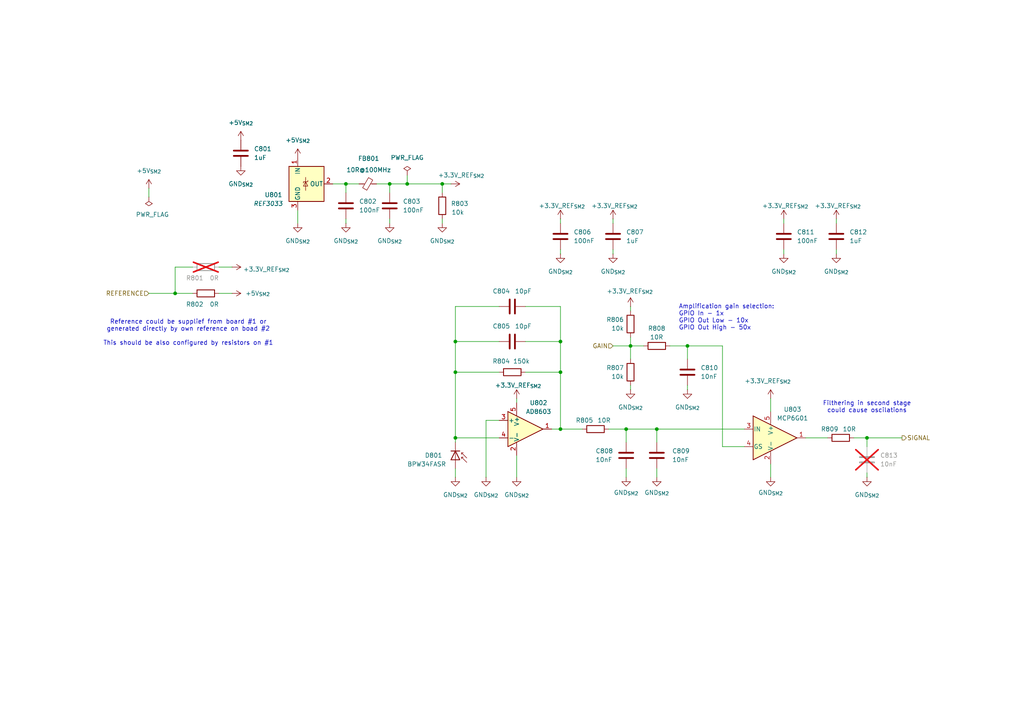
<source format=kicad_sch>
(kicad_sch (version 20231120) (generator "eeschema") (generator_version "8.0")
  (paper "A4")
  (title_block (title "Sensor multi-board") (date "2024-06-17") (rev "${VERSION}") (company "TrendBit s.r.o.") (comment 1 "Designed by: Petr Malaník"))
  (lib_symbols
    (symbol "Device:C" (pin_numbers hide) (pin_names (offset 0.254))
      (property "Reference" "C" (at 0.635 2.54 0))
      (property "Value" "C" (at 0.635 -2.54 0))
      (symbol "C_0_1"
        (polyline (pts (xy -2.032 -0.762) (xy 2.032 -0.762)) (stroke (width 0.508)))
        (polyline (pts (xy -2.032 0.762) (xy 2.032 0.762)) (stroke (width 0.508)))
      )
      (symbol "C_1_1"
        (pin passive line (at 0 3.81 270) (length 2.794) (name "~") (number "1"))
        (pin passive line (at 0 -3.81 90) (length 2.794) (name "~") (number "2"))
      )
    )
    (symbol "Device:D_Photo" (pin_numbers hide) (pin_names hide)
      (property "Reference" "D" (at 0.508 1.778 0))
      (property "Value" "D_Photo" (at -1.016 -2.794 0))
      (symbol "D_Photo_0_1"
        (polyline (pts (xy -2.54 1.27) (xy -2.54 -1.27)) (stroke (width 0.254)))
        (polyline (pts (xy -2.032 1.778) (xy -1.524 1.778)))
        (polyline (pts (xy 0 0) (xy -2.54 0)))
        (polyline (pts (xy -0.508 3.302) (xy -2.032 1.778) (xy -2.032 2.286)))
        (polyline (pts (xy 0 -1.27) (xy 0 1.27) (xy -2.54 0) (xy 0 -1.27)) (stroke (width 0.254)))
        (polyline (pts (xy 0.762 3.302) (xy -0.762 1.778) (xy -0.762 2.286) (xy -0.762 1.778) (xy -0.254 1.778)))
      )
      (symbol "D_Photo_1_1"
        (pin passive line (at -5.08 0 0) (length 2.54) (name "K") (number "1"))
        (pin passive line (at 2.54 0 180) (length 2.54) (name "A") (number "2"))
      )
    )
    (symbol "Device:FerriteBead_Small" (pin_numbers hide) (pin_names (offset 0))
      (property "Reference" "FB" (at 1.905 1.27 0))
      (property "Value" "FerriteBead_Small" (at 1.905 -1.27 0))
      (symbol "FerriteBead_Small_0_1"
        (polyline (pts (xy 0 -1.27) (xy 0 -0.7874)))
        (polyline (pts (xy 0 0.889) (xy 0 1.2954)))
        (polyline (pts (xy -1.8288 0.2794) (xy -1.1176 1.4986) (xy 1.8288 -0.2032) (xy 1.1176 -1.4224) (xy -1.8288 0.2794)))
      )
      (symbol "FerriteBead_Small_1_1"
        (pin passive line (at 0 2.54 270) (length 1.27) (name "~") (number "1"))
        (pin passive line (at 0 -2.54 90) (length 1.27) (name "~") (number "2"))
      )
    )
    (symbol "Device:R" (pin_numbers hide) (pin_names (offset 0))
      (property "Reference" "R" (at 2.032 0 90))
      (property "Value" "R" (at 0 0 90))
      (symbol "R_0_1"
        (rectangle (start -1.016 -2.54) (end 1.016 2.54) (stroke (width 0.254)))
      )
      (symbol "R_1_1"
        (pin passive line (at 0 3.81 270) (length 1.27) (name "~") (number "1"))
        (pin passive line (at 0 -3.81 90) (length 1.27) (name "~") (number "2"))
      )
    )
    (symbol "Reference_Voltage:REF3033" (pin_names (offset 0.254))
      (property "Reference" "U" (at 0 6.35 0))
      (property "Value" "REF3033" (at 2.54 -6.35 0))
      (symbol "REF3033_0_1"
        (rectangle (start -5.08 5.08) (end 5.08 -5.08) (stroke (width 0.254)) (fill (type background)))
        (polyline (pts (xy -0.254 1.905) (xy -0.254 -1.905)))
        (polyline (pts (xy -0.889 -0.635) (xy 0.381 -0.635) (xy -0.254 0.635) (xy -0.889 -0.635)))
        (polyline (pts (xy 0.381 1.016) (xy 0.381 0.635) (xy -0.889 0.635) (xy -0.889 0.254)))
      )
      (symbol "REF3033_1_1"
        (pin power_in line (at -2.54 7.62 270) (length 2.54) (name "IN") (number "1"))
        (pin power_out line (at 7.62 0 180) (length 2.54) (name "OUT") (number "2"))
        (pin power_in line (at -2.54 -7.62 90) (length 2.54) (name "GND") (number "3"))
      )
    )
    (symbol "TCY_IC:AD8605" (pin_names (offset 0.127))
      (property "Reference" "U" (at 0 5.08 0))
      (property "Value" "AD8603" (at 0 -5.08 0))
      (symbol "AD8605_0_1"
        (polyline (pts (xy -5.08 5.08) (xy 5.08 0) (xy -5.08 -5.08) (xy -5.08 5.08)) (stroke (width 0.254)) (fill (type background)))
        (pin power_in line (at -2.54 -7.62 90) (length 3.81) (name "V-") (number "2"))
        (pin power_in line (at -2.54 7.62 270) (length 3.81) (name "V+") (number "5"))
      )
      (symbol "AD8605_1_1"
        (pin output line (at 7.62 0 180) (length 2.54) (name "~") (number "1"))
        (pin input line (at -7.62 2.54 0) (length 2.54) (name "+") (number "3"))
        (pin input line (at -7.62 -2.54 0) (length 2.54) (name "-") (number "4"))
      )
    )
    (symbol "TCY_IC:MCP6G01" (pin_names (offset 0.127))
      (property "Reference" "U" (at 0 6.35 0))
      (property "Value" "MCP6G01" (at 2.794 5.08 0))
      (symbol "MCP6G01_0_1"
        (polyline (pts (xy -5.08 6.35) (xy 7.62 0) (xy -5.08 -6.35) (xy -5.08 6.35)) (stroke (width 0.254)) (fill (type background)))
        (pin power_in line (at 0 -7.62 90) (length 3.81) (name "V-") (number "2"))
        (pin power_in line (at 0 7.62 270) (length 3.81) (name "V+") (number "5"))
      )
      (symbol "MCP6G01_1_1"
        (pin output line (at 10.16 0 180) (length 2.54) (name "~") (number "1"))
        (pin input line (at -7.62 2.54 0) (length 2.54) (name "IN") (number "3"))
        (pin input line (at -7.62 -2.54 0) (length 2.54) (name "GS") (number "4"))
      )
    )
    (symbol "power:+3.3V" (power) (pin_numbers hide) (pin_names (offset 0) hide)
      (property "Value" "+3.3V" (at 0 3.556 0))
      (symbol "+3.3V_0_1"
        (polyline (pts (xy -0.762 1.27) (xy 0 2.54)))
        (polyline (pts (xy 0 0) (xy 0 2.54)))
        (polyline (pts (xy 0 2.54) (xy 0.762 1.27)))
      )
      (symbol "+3.3V_1_1"
        (pin power_in line (at 0 0 90) (length 0) (name "~") (number "1"))
      )
    )
    (symbol "power:+5V" (power) (pin_numbers hide) (pin_names (offset 0) hide)
      (property "Value" "+5V" (at 0 3.556 0))
      (symbol "+5V_0_1"
        (polyline (pts (xy -0.762 1.27) (xy 0 2.54)))
        (polyline (pts (xy 0 0) (xy 0 2.54)))
        (polyline (pts (xy 0 2.54) (xy 0.762 1.27)))
      )
      (symbol "+5V_1_1"
        (pin power_in line (at 0 0 90) (length 0) (name "~") (number "1"))
      )
    )
    (symbol "power:GND" (power) (pin_numbers hide) (pin_names (offset 0) hide)
      (property "Value" "GND" (at 0 -3.81 0))
      (symbol "GND_0_1"
        (polyline (pts (xy 0 0) (xy 0 -1.27) (xy 1.27 -1.27) (xy 0 -2.54) (xy -1.27 -1.27) (xy 0 -1.27)))
      )
      (symbol "GND_1_1"
        (pin power_in line (at 0 0 270) (length 0) (name "~") (number "1"))
      )
    )
    (symbol "power:PWR_FLAG" (power) (pin_numbers hide) (pin_names (offset 0) hide)
      (property "Value" "PWR_FLAG" (at 0 3.81 0))
      (symbol "PWR_FLAG_0_0"
        (pin power_out line (at 0 0 90) (length 0) (name "~") (number "1"))
      )
      (symbol "PWR_FLAG_0_1"
        (polyline (pts (xy 0 0) (xy 0 1.27) (xy -1.016 1.905) (xy 0 2.54) (xy 1.016 1.905) (xy 0 1.27)))
      )
    )
  )
  (junction (at 162.56 107.95))
  (junction (at 132.08 107.95))
  (junction (at 190.5 124.46))
  (junction (at 128.27 53.34))
  (junction (at 100.33 53.34))
  (junction (at 162.56 99.06))
  (junction (at 181.61 124.46))
  (junction (at 50.8 85.09))
  (junction (at 199.39 100.33))
  (junction (at 118.11 53.34))
  (junction (at 113.03 53.34))
  (junction (at 132.08 127))
  (junction (at 182.88 100.33))
  (junction (at 132.08 99.06))
  (junction (at 251.46 127))
  (junction (at 162.56 124.46))
  (wire (pts (xy 182.88 111.76) (xy 182.88 113.03)))
  (wire (pts (xy 63.5 77.47) (xy 67.31 77.47)))
  (wire (pts (xy 190.5 124.46) (xy 215.9 124.46)))
  (wire (pts (xy 132.08 88.9) (xy 132.08 99.06)))
  (wire (pts (xy 132.08 99.06) (xy 132.08 107.95)))
  (wire (pts (xy 100.33 53.34) (xy 104.14 53.34)))
  (wire (pts (xy 162.56 107.95) (xy 162.56 124.46)))
  (wire (pts (xy 199.39 100.33) (xy 199.39 104.14)))
  (wire (pts (xy 113.03 63.5) (xy 113.03 64.77)))
  (wire (pts (xy 177.8 100.33) (xy 182.88 100.33)))
  (wire (pts (xy 251.46 127) (xy 261.62 127)))
  (wire (pts (xy 182.88 97.79) (xy 182.88 100.33)))
  (wire (pts (xy 162.56 88.9) (xy 162.56 99.06)))
  (wire (pts (xy 242.57 63.5) (xy 242.57 64.77)))
  (wire (pts (xy 63.5 85.09) (xy 67.31 85.09)))
  (wire (pts (xy 86.36 64.77) (xy 86.36 60.96)))
  (wire (pts (xy 128.27 63.5) (xy 128.27 64.77)))
  (wire (pts (xy 43.18 85.09) (xy 50.8 85.09)))
  (wire (pts (xy 113.03 53.34) (xy 113.03 55.88)))
  (wire (pts (xy 132.08 107.95) (xy 132.08 127)))
  (wire (pts (xy 223.52 115.57) (xy 223.52 119.38)))
  (wire (pts (xy 160.02 124.46) (xy 162.56 124.46)))
  (wire (pts (xy 162.56 124.46) (xy 168.91 124.46)))
  (wire (pts (xy 100.33 63.5) (xy 100.33 64.77)))
  (wire (pts (xy 181.61 124.46) (xy 190.5 124.46)))
  (wire (pts (xy 100.33 53.34) (xy 100.33 55.88)))
  (wire (pts (xy 251.46 137.16) (xy 251.46 138.43)))
  (wire (pts (xy 55.88 77.47) (xy 50.8 77.47)))
  (wire (pts (xy 162.56 72.39) (xy 162.56 73.66)))
  (wire (pts (xy 177.8 63.5) (xy 177.8 64.77)))
  (wire (pts (xy 152.4 99.06) (xy 162.56 99.06)))
  (wire (pts (xy 113.03 53.34) (xy 118.11 53.34)))
  (wire (pts (xy 209.55 129.54) (xy 215.9 129.54)))
  (wire (pts (xy 144.78 121.92) (xy 140.97 121.92)))
  (wire (pts (xy 223.52 134.62) (xy 223.52 138.43)))
  (wire (pts (xy 227.33 63.5) (xy 227.33 64.77)))
  (wire (pts (xy 128.27 53.34) (xy 128.27 55.88)))
  (wire (pts (xy 233.68 127) (xy 240.03 127)))
  (wire (pts (xy 190.5 135.89) (xy 190.5 138.43)))
  (wire (pts (xy 182.88 88.9) (xy 182.88 90.17)))
  (wire (pts (xy 132.08 107.95) (xy 144.78 107.95)))
  (wire (pts (xy 118.11 53.34) (xy 128.27 53.34)))
  (wire (pts (xy 162.56 63.5) (xy 162.56 64.77)))
  (wire (pts (xy 149.86 132.08) (xy 149.86 138.43)))
  (wire (pts (xy 152.4 107.95) (xy 162.56 107.95)))
  (wire (pts (xy 251.46 127) (xy 251.46 129.54)))
  (wire (pts (xy 199.39 100.33) (xy 209.55 100.33)))
  (wire (pts (xy 199.39 111.76) (xy 199.39 113.03)))
  (wire (pts (xy 140.97 121.92) (xy 140.97 138.43)))
  (wire (pts (xy 162.56 99.06) (xy 162.56 107.95)))
  (wire (pts (xy 182.88 100.33) (xy 186.69 100.33)))
  (wire (pts (xy 132.08 135.89) (xy 132.08 138.43)))
  (wire (pts (xy 43.18 54.61) (xy 43.18 57.15)))
  (wire (pts (xy 209.55 129.54) (xy 209.55 100.33)))
  (wire (pts (xy 128.27 53.34) (xy 130.81 53.34)))
  (wire (pts (xy 109.22 53.34) (xy 113.03 53.34)))
  (wire (pts (xy 149.86 115.57) (xy 149.86 116.84)))
  (wire (pts (xy 227.33 72.39) (xy 227.33 73.66)))
  (wire (pts (xy 242.57 73.66) (xy 242.57 72.39)))
  (wire (pts (xy 152.4 88.9) (xy 162.56 88.9)))
  (wire (pts (xy 144.78 88.9) (xy 132.08 88.9)))
  (wire (pts (xy 176.53 124.46) (xy 181.61 124.46)))
  (wire (pts (xy 118.11 50.8) (xy 118.11 53.34)))
  (wire (pts (xy 144.78 99.06) (xy 132.08 99.06)))
  (wire (pts (xy 181.61 124.46) (xy 181.61 128.27)))
  (wire (pts (xy 181.61 135.89) (xy 181.61 138.43)))
  (wire (pts (xy 96.52 53.34) (xy 100.33 53.34)))
  (wire (pts (xy 190.5 124.46) (xy 190.5 128.27)))
  (wire (pts (xy 50.8 85.09) (xy 55.88 85.09)))
  (wire (pts (xy 177.8 73.66) (xy 177.8 72.39)))
  (wire (pts (xy 182.88 100.33) (xy 182.88 104.14)))
  (wire (pts (xy 247.65 127) (xy 251.46 127)))
  (wire (pts (xy 50.8 77.47) (xy 50.8 85.09)))
  (wire (pts (xy 132.08 127) (xy 144.78 127)))
  (wire (pts (xy 194.31 100.33) (xy 199.39 100.33)))
  (wire (pts (xy 132.08 127) (xy 132.08 128.27)))
  (text "Reference could be supplief from board #1 or\ngenerated directly by own reference on boad #2\n\nThis should be also configured by resistors on #1" (at 54.61 96.52 0) (effects (font (size 1.27 1.27))))
  (text "Amplification gain selection:\nGPIO In - 1x\nGPIO Out Low - 10x \nGPIO Out High - 50x" (at 196.85 92.075 0) (effects (font (size 1.27 1.27)) (justify left)))
  (text "Filthering in second stage\ncould cause oscilations" (at 251.46 118.11 0) (effects (font (size 1.27 1.27))))
  (hierarchical_label "GAIN" (shape input) (at 177.8 100.33 180))
  (hierarchical_label "REFERENCE" (shape input) (at 43.18 85.09 180))
  (hierarchical_label "SIGNAL" (shape output) (at 261.62 127 0))
  (symbol (lib_id "TCY_IC:AD8605") (at 152.4 124.46 0) (unit 1)
    (property "Reference" "U802" (at 156.21 116.84 0))
    (property "Value" "AD8603" (at 156.21 119.38 0))
    (property "Footprint" "Package_TO_SOT_SMD:TSOT-23-5" (effects (hide yes)))
    (property "Datasheet" "https://www.analog.com/media/en/technical-documentation/data-sheets/AD8605_8606_8608.pdf" (effects (hide yes)))
    (property "Description" "Precision Micropower, Low Noise CMOS, Rail-to-Rail Input/Output Operational Amplifier, TSOT-23-5" (effects (hide yes)))
    (property "LCSC" "C9641" (effects (hide yes)))
    (property "MPN" "AD8605ARTZ" (effects (hide yes)))
  )
  (symbol (lib_id "Device:C") (at 190.5 132.08 0) (unit 1)
    (property "Reference" "C809" (at 194.945 130.81 0) (effects (justify left)))
    (property "Value" "10nF" (at 194.945 133.35 0) (effects (justify left)))
    (property "Footprint" "Capacitor_SMD:C_0603_1608Metric" (effects (hide yes)))
    (property "Description" "Unpolarized capacitor" (effects (hide yes)))
    (property "LCSC" "C57112" (effects (hide yes)))
  )
  (symbol (lib_id "Device:C") (at 242.57 68.58 0) (unit 1)
    (property "Reference" "C812" (at 246.38 67.3099 0) (effects (justify left)))
    (property "Value" "1uF" (at 246.38 69.8499 0) (effects (justify left)))
    (property "Footprint" "Capacitor_SMD:C_0603_1608Metric" (effects (hide yes)))
    (property "Description" "Unpolarized capacitor" (effects (hide yes)))
    (property "LCSC" "C15849" (effects (hide yes)))
  )
  (symbol (lib_id "Device:C") (at 181.61 132.08 0) (unit 1)
    (property "Reference" "C808" (at 172.72 130.81 0) (effects (justify left)))
    (property "Value" "10nF" (at 172.72 133.35 0) (effects (justify left)))
    (property "Footprint" "Capacitor_SMD:C_0603_1608Metric" (effects (hide yes)))
    (property "Description" "Unpolarized capacitor" (effects (hide yes)))
    (property "LCSC" "C57112" (effects (hide yes)))
  )
  (symbol (lib_id "Device:C") (at 100.33 59.69 0) (unit 1)
    (property "Reference" "C802" (at 104.14 58.4199 0) (effects (justify left)))
    (property "Value" "100nF" (at 104.14 60.9599 0) (effects (justify left)))
    (property "Footprint" "Capacitor_SMD:C_0603_1608Metric" (effects (hide yes)))
    (property "Description" "Unpolarized capacitor" (effects (hide yes)))
    (property "LCSC" "C14663" (effects (hide yes)))
  )
  (symbol (lib_id "power:+5V") (at 43.18 54.61 0) (unit 1)
    (property "Reference" "#PWR0801" (effects (hide yes)))
    (property "Value" "+5V_{SM2}" (at 43.18 49.53 0))
    (property "Description" "Power symbol creates a global label with name \"+5V\"" (effects (hide yes)))
  )
  (symbol (lib_id "power:GND") (at 223.52 138.43 0) (unit 1)
    (property "Reference" "#PWR0826" (effects (hide yes)))
    (property "Value" "GND_{SM2}" (at 223.52 142.875 0))
    (property "Description" "Power symbol creates a global label with name \"GND\" , ground" (effects (hide yes)))
  )
  (symbol (lib_id "power:+3.3V") (at 130.81 53.34 270) (unit 1)
    (property "Reference" "#PWR0811" (effects (hide yes)))
    (property "Value" "+3.3V_REF_{SM2}" (at 127 50.8 90) (effects (justify left)))
    (property "Description" "Power symbol creates a global label with name \"+3.3V\"" (effects (hide yes)))
  )
  (symbol (lib_id "power:+3.3V") (at 67.31 77.47 270) (unit 1)
    (property "Reference" "#PWR0802" (effects (hide yes)))
    (property "Value" "+3.3V_REF_{SM2}" (at 70.485 78.105 90) (effects (justify left)))
    (property "Description" "Power symbol creates a global label with name \"+3.3V\"" (effects (hide yes)))
  )
  (symbol (lib_id "Device:R") (at 128.27 59.69 180) (unit 1)
    (property "Reference" "R803" (at 135.89 59.055 0) (effects (justify left)))
    (property "Value" "10k" (at 134.62 61.595 0) (effects (justify left)))
    (property "Footprint" "Resistor_SMD:R_0603_1608Metric" (effects (hide yes)))
    (property "LCSC" "C25804" (effects (hide yes)))
  )
  (symbol (lib_id "Device:R") (at 172.72 124.46 90) (unit 1)
    (property "Reference" "R805" (at 172.085 121.92 90) (effects (justify left)))
    (property "Value" "10R" (at 177.165 121.92 90) (effects (justify left)))
    (property "Footprint" "Resistor_SMD:R_0603_1608Metric" (effects (hide yes)))
    (property "LCSC" "C22859" (effects (hide yes)))
  )
  (symbol (lib_id "Device:C") (at 162.56 68.58 0) (unit 1)
    (property "Reference" "C806" (at 166.37 67.3099 0) (effects (justify left)))
    (property "Value" "100nF" (at 166.37 69.8499 0) (effects (justify left)))
    (property "Footprint" "Capacitor_SMD:C_0603_1608Metric" (effects (hide yes)))
    (property "Description" "Unpolarized capacitor" (effects (hide yes)))
    (property "LCSC" "C14663" (effects (hide yes)))
  )
  (symbol (lib_id "power:GND") (at 251.46 138.43 0) (unit 1)
    (property "Reference" "#PWR0831" (effects (hide yes)))
    (property "Value" "GND_{SM2}" (at 251.46 143.51 0))
    (property "Description" "Power symbol creates a global label with name \"GND\" , ground" (effects (hide yes)))
  )
  (symbol (lib_id "Device:C") (at 69.85 44.45 0) (unit 1)
    (property "Reference" "C801" (at 73.66 43.1799 0) (effects (justify left)))
    (property "Value" "1uF" (at 73.66 45.7199 0) (effects (justify left)))
    (property "Footprint" "Capacitor_SMD:C_0603_1608Metric" (effects (hide yes)))
    (property "Description" "Unpolarized capacitor" (effects (hide yes)))
    (property "LCSC" "C15849" (effects (hide yes)))
  )
  (symbol (lib_id "power:GND") (at 69.85 48.26 0) (unit 1)
    (property "Reference" "#PWR0805" (effects (hide yes)))
    (property "Value" "GND_{SM2}" (at 69.85 53.34 0))
    (property "Description" "Power symbol creates a global label with name \"GND\" , ground" (effects (hide yes)))
  )
  (symbol (lib_id "Device:C") (at 148.59 88.9 90) (unit 1)
    (property "Reference" "C804" (at 145.415 84.455 90))
    (property "Value" "10pF" (at 151.765 84.455 90))
    (property "Footprint" "Capacitor_SMD:C_0603_1608Metric" (effects (hide yes)))
    (property "Description" "Unpolarized capacitor" (effects (hide yes)))
    (property "LCSC" "C1634" (effects (hide yes)))
  )
  (symbol (lib_id "power:GND") (at 140.97 138.43 0) (unit 1)
    (property "Reference" "#PWR0813" (effects (hide yes)))
    (property "Value" "GND_{SM2}" (at 140.97 143.51 0))
    (property "Description" "Power symbol creates a global label with name \"GND\" , ground" (effects (hide yes)))
  )
  (symbol (lib_id "power:GND") (at 227.33 73.66 0) (unit 1)
    (property "Reference" "#PWR0828" (effects (hide yes)))
    (property "Value" "GND_{SM2}" (at 227.33 78.74 0))
    (property "Description" "Power symbol creates a global label with name \"GND\" , ground" (effects (hide yes)))
  )
  (symbol (lib_id "Device:R") (at 243.84 127 90) (unit 1)
    (property "Reference" "R809" (at 243.205 124.46 90) (effects (justify left)))
    (property "Value" "10R" (at 248.285 124.46 90) (effects (justify left)))
    (property "Footprint" "Resistor_SMD:R_0603_1608Metric" (effects (hide yes)))
    (property "LCSC" "C22859" (effects (hide yes)))
  )
  (symbol (lib_id "power:GND") (at 128.27 64.77 0) (unit 1)
    (property "Reference" "#PWR0810" (effects (hide yes)))
    (property "Value" "GND_{SM2}" (at 128.27 69.85 0))
    (property "Description" "Power symbol creates a global label with name \"GND\" , ground" (effects (hide yes)))
  )
  (symbol (lib_id "power:+5V") (at 86.36 45.72 0) (unit 1)
    (property "Reference" "#PWR0806" (effects (hide yes)))
    (property "Value" "+5V_{SM2}" (at 86.36 40.64 0))
    (property "Description" "Power symbol creates a global label with name \"+5V\"" (effects (hide yes)))
  )
  (symbol (lib_id "Device:C") (at 227.33 68.58 0) (unit 1)
    (property "Reference" "C811" (at 231.14 67.3099 0) (effects (justify left)))
    (property "Value" "100nF" (at 231.14 69.8499 0) (effects (justify left)))
    (property "Footprint" "Capacitor_SMD:C_0603_1608Metric" (effects (hide yes)))
    (property "Description" "Unpolarized capacitor" (effects (hide yes)))
    (property "LCSC" "C14663" (effects (hide yes)))
  )
  (symbol (lib_id "Device:R") (at 182.88 107.95 180) (unit 1)
    (property "Reference" "R807" (at 180.975 106.68 0) (effects (justify left)))
    (property "Value" "10k" (at 180.975 109.22 0) (effects (justify left)))
    (property "Footprint" "Resistor_SMD:R_0603_1608Metric" (effects (hide yes)))
    (property "LCSC" "C25804" (effects (hide yes)))
  )
  (symbol (lib_id "Device:R") (at 182.88 93.98 180) (unit 1)
    (property "Reference" "R806" (at 180.975 92.71 0) (effects (justify left)))
    (property "Value" "10k" (at 180.975 95.25 0) (effects (justify left)))
    (property "Footprint" "Resistor_SMD:R_0603_1608Metric" (effects (hide yes)))
    (property "LCSC" "C25804" (effects (hide yes)))
  )
  (symbol (lib_id "Device:R") (at 59.69 77.47 90) (unit 1) (in_bom no) (dnp yes)
    (property "Reference" "R801" (at 59.055 80.645 90) (effects (justify left)))
    (property "Value" "0R" (at 63.5 80.645 90) (effects (justify left)))
    (property "Footprint" "Resistor_SMD:R_0603_1608Metric" (effects (hide yes)))
    (property "LCSC" "C21189" (effects (hide yes)))
  )
  (symbol (lib_id "power:+5V") (at 67.31 85.09 270) (unit 1)
    (property "Reference" "#PWR0803" (effects (hide yes)))
    (property "Value" "+5V_{SM2}" (at 71.12 85.0899 90) (effects (justify left)))
    (property "Description" "Power symbol creates a global label with name \"+5V\"" (effects (hide yes)))
  )
  (symbol (lib_id "Reference_Voltage:REF3033") (at 88.9 53.34 0) (unit 1)
    (property "Reference" "U801" (at 81.915 56.515 0) (effects (justify right)))
    (property "Value" "REF3033" (at 81.915 59.055 0) (effects (font (italic yes)) (justify right)))
    (property "Footprint" "Package_TO_SOT_SMD:SOT-23" (effects (hide yes)))
    (property "Datasheet" "http://www.ti.com/lit/ds/symlink/ref3033.pdf" (effects (hide yes)))
    (property "Description" "3.3V 50-ppm/°C Max, 50-μA, CMOS Voltage Reference, SOT-23-3" (effects (hide yes)))
    (property "LCSC" "C36658" (effects (hide yes)))
    (property "MPN" "REF3033AIDBZR" (effects (hide yes)))
  )
  (symbol (lib_id "Device:C") (at 251.46 133.35 0) (unit 1) (dnp yes)
    (property "Reference" "C813" (at 255.27 132.0799 0) (effects (justify left)))
    (property "Value" "10nF" (at 255.27 134.6199 0) (effects (justify left)))
    (property "Footprint" "Capacitor_SMD:C_0603_1608Metric" (effects (hide yes)))
    (property "Description" "Unpolarized capacitor" (effects (hide yes)))
    (property "LCSC" "C57112" (effects (hide yes)))
  )
  (symbol (lib_id "power:+3.3V") (at 223.52 115.57 0) (unit 1)
    (property "Reference" "#PWR0825" (effects (hide yes)))
    (property "Value" "+3.3V_REF_{SM2}" (at 215.9 110.49 0) (effects (justify left)))
    (property "Description" "Power symbol creates a global label with name \"+3.3V\"" (effects (hide yes)))
  )
  (symbol (lib_id "power:GND") (at 132.08 138.43 0) (unit 1)
    (property "Reference" "#PWR0812" (effects (hide yes)))
    (property "Value" "GND_{SM2}" (at 132.08 143.51 0))
    (property "Description" "Power symbol creates a global label with name \"GND\" , ground" (effects (hide yes)))
  )
  (symbol (lib_id "power:GND") (at 149.86 138.43 0) (unit 1)
    (property "Reference" "#PWR0815" (effects (hide yes)))
    (property "Value" "GND_{SM2}" (at 149.86 143.51 0))
    (property "Description" "Power symbol creates a global label with name \"GND\" , ground" (effects (hide yes)))
  )
  (symbol (lib_id "power:GND") (at 100.33 64.77 0) (unit 1)
    (property "Reference" "#PWR0808" (effects (hide yes)))
    (property "Value" "GND_{SM2}" (at 100.33 69.85 0))
    (property "Description" "Power symbol creates a global label with name \"GND\" , ground" (effects (hide yes)))
  )
  (symbol (lib_id "Device:C") (at 113.03 59.69 0) (unit 1)
    (property "Reference" "C803" (at 116.84 58.4199 0) (effects (justify left)))
    (property "Value" "100nF" (at 116.84 60.9599 0) (effects (justify left)))
    (property "Footprint" "Capacitor_SMD:C_0603_1608Metric" (effects (hide yes)))
    (property "Description" "Unpolarized capacitor" (effects (hide yes)))
    (property "LCSC" "C14663" (effects (hide yes)))
  )
  (symbol (lib_id "power:GND") (at 177.8 73.66 0) (unit 1)
    (property "Reference" "#PWR0819" (effects (hide yes)))
    (property "Value" "GND_{SM2}" (at 177.8 78.74 0))
    (property "Description" "Power symbol creates a global label with name \"GND\" , ground" (effects (hide yes)))
  )
  (symbol (lib_id "Device:R") (at 59.69 85.09 90) (unit 1)
    (property "Reference" "R802" (at 59.055 88.265 90) (effects (justify left)))
    (property "Value" "0R" (at 63.5 88.265 90) (effects (justify left)))
    (property "Footprint" "Resistor_SMD:R_0603_1608Metric" (effects (hide yes)))
    (property "LCSC" "C21189" (effects (hide yes)))
  )
  (symbol (lib_id "power:PWR_FLAG") (at 43.18 57.15 180) (unit 1)
    (property "Reference" "#FLG0801" (effects (hide yes)))
    (property "Value" "PWR_FLAG" (at 39.37 62.23 0) (effects (justify right)))
    (property "Description" "Special symbol for telling ERC where power comes from" (effects (hide yes)))
  )
  (symbol (lib_id "TCY_IC:MCP6G01") (at 223.52 127 0) (unit 1)
    (property "Reference" "U803" (at 229.87 118.745 0))
    (property "Value" "MCP6G01" (at 229.87 121.285 0))
    (property "Footprint" "Package_TO_SOT_SMD:SOT-23-5" (effects (hide yes)))
    (property "Datasheet" "https://ww1.microchip.com/downloads/aemDocuments/documents/OTH/ProductDocuments/DataSheets/22004b.pdf" (effects (hide yes)))
    (property "Description" "Selectable Gain Amplifier, SOT-23-5" (effects (hide yes)))
    (property "MPN" "MCP6G01RT-E/OT" (effects (hide yes)))
  )
  (symbol (lib_id "power:GND") (at 162.56 73.66 0) (unit 1)
    (property "Reference" "#PWR0817" (effects (hide yes)))
    (property "Value" "GND_{SM2}" (at 162.56 78.74 0))
    (property "Description" "Power symbol creates a global label with name \"GND\" , ground" (effects (hide yes)))
  )
  (symbol (lib_id "Device:D_Photo") (at 132.08 133.35 270) (unit 1)
    (property "Reference" "D801" (at 123.19 132.08 90) (effects (justify left)))
    (property "Value" "BPW34FASR" (at 118.11 134.62 90) (effects (justify left)))
    (property "Footprint" "Diode_SMD:D_SMC" (effects (hide yes)))
    (property "LCSC" "C141557" (effects (hide yes)))
    (property "MPN" "VBPW34FASR" (effects (hide yes)))
  )
  (symbol (lib_id "power:GND") (at 113.03 64.77 0) (unit 1)
    (property "Reference" "#PWR0809" (effects (hide yes)))
    (property "Value" "GND_{SM2}" (at 113.03 69.85 0))
    (property "Description" "Power symbol creates a global label with name \"GND\" , ground" (effects (hide yes)))
  )
  (symbol (lib_id "power:+5V") (at 69.85 40.64 0) (unit 1)
    (property "Reference" "#PWR0804" (effects (hide yes)))
    (property "Value" "+5V_{SM2}" (at 69.85 35.56 0))
    (property "Description" "Power symbol creates a global label with name \"+5V\"" (effects (hide yes)))
  )
  (symbol (lib_id "power:PWR_FLAG") (at 118.11 50.8 0) (unit 1)
    (property "Reference" "#FLG0802" (effects (hide yes)))
    (property "Value" "PWR_FLAG" (at 118.11 45.72 0))
    (property "Description" "Special symbol for telling ERC where power comes from" (effects (hide yes)))
  )
  (symbol (lib_id "power:+3.3V") (at 162.56 63.5 0) (unit 1)
    (property "Reference" "#PWR0816" (effects (hide yes)))
    (property "Value" "+3.3V_REF_{SM2}" (at 156.21 59.69 0) (effects (justify left)))
    (property "Description" "Power symbol creates a global label with name \"+3.3V\"" (effects (hide yes)))
  )
  (symbol (lib_id "power:+3.3V") (at 149.86 115.57 0) (unit 1)
    (property "Reference" "#PWR0814" (effects (hide yes)))
    (property "Value" "+3.3V_REF_{SM2}" (at 143.51 111.76 0) (effects (justify left)))
    (property "Description" "Power symbol creates a global label with name \"+3.3V\"" (effects (hide yes)))
  )
  (symbol (lib_id "Device:C") (at 148.59 99.06 90) (unit 1)
    (property "Reference" "C805" (at 145.415 94.615 90))
    (property "Value" "10pF" (at 151.765 94.615 90))
    (property "Footprint" "Capacitor_SMD:C_0603_1608Metric" (effects (hide yes)))
    (property "Description" "Unpolarized capacitor" (effects (hide yes)))
    (property "LCSC" "C1634" (effects (hide yes)))
  )
  (symbol (lib_id "power:GND") (at 86.36 64.77 0) (unit 1)
    (property "Reference" "#PWR0807" (effects (hide yes)))
    (property "Value" "GND_{SM2}" (at 86.36 69.85 0))
    (property "Description" "Power symbol creates a global label with name \"GND\" , ground" (effects (hide yes)))
  )
  (symbol (lib_id "power:+3.3V") (at 177.8 63.5 0) (unit 1)
    (property "Reference" "#PWR0818" (effects (hide yes)))
    (property "Value" "+3.3V_REF_{SM2}" (at 171.45 59.69 0) (effects (justify left)))
    (property "Description" "Power symbol creates a global label with name \"+3.3V\"" (effects (hide yes)))
  )
  (symbol (lib_id "power:+3.3V") (at 227.33 63.5 0) (unit 1)
    (property "Reference" "#PWR0827" (effects (hide yes)))
    (property "Value" "+3.3V_REF_{SM2}" (at 220.98 59.69 0) (effects (justify left)))
    (property "Description" "Power symbol creates a global label with name \"+3.3V\"" (effects (hide yes)))
  )
  (symbol (lib_id "Device:R") (at 190.5 100.33 90) (unit 1)
    (property "Reference" "R808" (at 193.04 95.25 90) (effects (justify left)))
    (property "Value" "10R" (at 192.405 97.79 90) (effects (justify left)))
    (property "Footprint" "Resistor_SMD:R_0603_1608Metric" (effects (hide yes)))
    (property "LCSC" "C22859" (effects (hide yes)))
  )
  (symbol (lib_id "Device:R") (at 148.59 107.95 90) (unit 1)
    (property "Reference" "R804" (at 147.955 104.775 90) (effects (justify left)))
    (property "Value" "150k" (at 153.67 104.775 90) (effects (justify left)))
    (property "Footprint" "Resistor_SMD:R_0603_1608Metric" (effects (hide yes)))
    (property "LCSC" "C22807" (effects (hide yes)))
  )
  (symbol (lib_id "Device:C") (at 177.8 68.58 0) (unit 1)
    (property "Reference" "C807" (at 181.61 67.3099 0) (effects (justify left)))
    (property "Value" "1uF" (at 181.61 69.8499 0) (effects (justify left)))
    (property "Footprint" "Capacitor_SMD:C_0603_1608Metric" (effects (hide yes)))
    (property "Description" "Unpolarized capacitor" (effects (hide yes)))
    (property "LCSC" "C15849" (effects (hide yes)))
  )
  (symbol (lib_id "power:GND") (at 242.57 73.66 0) (unit 1)
    (property "Reference" "#PWR0830" (effects (hide yes)))
    (property "Value" "GND_{SM2}" (at 242.57 78.74 0))
    (property "Description" "Power symbol creates a global label with name \"GND\" , ground" (effects (hide yes)))
  )
  (symbol (lib_id "power:GND") (at 190.5 138.43 0) (unit 1)
    (property "Reference" "#PWR0823" (effects (hide yes)))
    (property "Value" "GND_{SM2}" (at 190.5 142.875 0))
    (property "Description" "Power symbol creates a global label with name \"GND\" , ground" (effects (hide yes)))
  )
  (symbol (lib_id "Device:C") (at 199.39 107.95 0) (unit 1)
    (property "Reference" "C810" (at 203.2 106.6799 0) (effects (justify left)))
    (property "Value" "10nF" (at 203.2 109.2199 0) (effects (justify left)))
    (property "Footprint" "Capacitor_SMD:C_0603_1608Metric" (effects (hide yes)))
    (property "Description" "Unpolarized capacitor" (effects (hide yes)))
    (property "LCSC" "C57112" (effects (hide yes)))
  )
  (symbol (lib_id "power:GND") (at 199.39 113.03 0) (unit 1)
    (property "Reference" "#PWR0824" (effects (hide yes)))
    (property "Value" "GND_{SM2}" (at 199.39 118.11 0))
    (property "Description" "Power symbol creates a global label with name \"GND\" , ground" (effects (hide yes)))
  )
  (symbol (lib_id "power:+3.3V") (at 242.57 63.5 0) (unit 1)
    (property "Reference" "#PWR0829" (effects (hide yes)))
    (property "Value" "+3.3V_REF_{SM2}" (at 236.22 59.69 0) (effects (justify left)))
    (property "Description" "Power symbol creates a global label with name \"+3.3V\"" (effects (hide yes)))
  )
  (symbol (lib_id "power:GND") (at 182.88 113.03 0) (unit 1)
    (property "Reference" "#PWR0822" (effects (hide yes)))
    (property "Value" "GND_{SM2}" (at 182.88 118.11 0))
    (property "Description" "Power symbol creates a global label with name \"GND\" , ground" (effects (hide yes)))
  )
  (symbol (lib_id "power:GND") (at 181.61 138.43 0) (unit 1)
    (property "Reference" "#PWR0820" (effects (hide yes)))
    (property "Value" "GND_{SM2}" (at 181.61 142.875 0))
    (property "Description" "Power symbol creates a global label with name \"GND\" , ground" (effects (hide yes)))
  )
  (symbol (lib_id "Device:FerriteBead_Small") (at 106.68 53.34 90) (unit 1)
    (property "Reference" "FB801" (at 106.934 45.974 90))
    (property "Value" "10R@100MHz" (at 106.934 49.276 90))
    (property "Footprint" "Inductor_SMD:L_0603_1608Metric" (effects (hide yes)))
    (property "Description" "Ferrite bead, small symbol" (effects (hide yes)))
    (property "Link" "https://cz.mouser.com/ProductDetail/Murata-Electronics/BLM21PG220SN1D?qs=tuW2Z%252BT4A0yqSWmso6vkmg%3D%3D" (effects (hide yes)))
    (property "MPN" " GZ1608D601TF" (effects (hide yes)))
    (property "MPNA" "BLE18PK100SN1D" (effects (hide yes)))
    (property "Mouser" "https://cz.mouser.com/ProductDetail/Murata-Electronics/BLE18PK100SN1D?qs=W%2FMpXkg%252BdQ6tzBmLeY1psA%3D%3D" (effects (hide yes)))
    (property "LCSC" "C2971881" (effects (hide yes)))
  )
  (symbol (lib_id "power:+3.3V") (at 182.88 88.9 0) (unit 1)
    (property "Reference" "#PWR0821" (effects (hide yes)))
    (property "Value" "+3.3V_REF_{SM2}" (at 175.895 84.455 0) (effects (justify left)))
    (property "Description" "Power symbol creates a global label with name \"+3.3V\"" (effects (hide yes)))
  )
)
</source>
